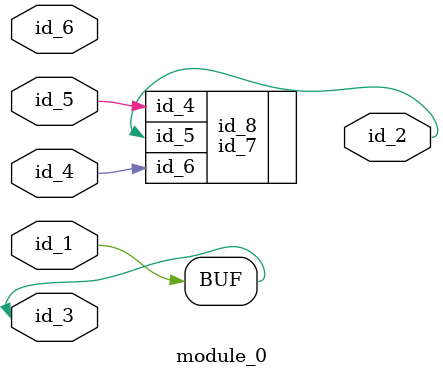
<source format=v>
`timescale 1 ps / 1ps
module module_0 (
    id_1,
    id_2,
    id_3,
    id_4,
    id_5,
    id_6
);
  input id_6;
  input id_5;
  input id_4;
  input id_3;
  output id_2;
  input id_1;
  id_7 id_8 (
      .id_4(id_5),
      .id_6(id_4),
      .id_5(id_2)
  );
  generate
    assign id_1 = id_3;
  endgenerate
endmodule

</source>
